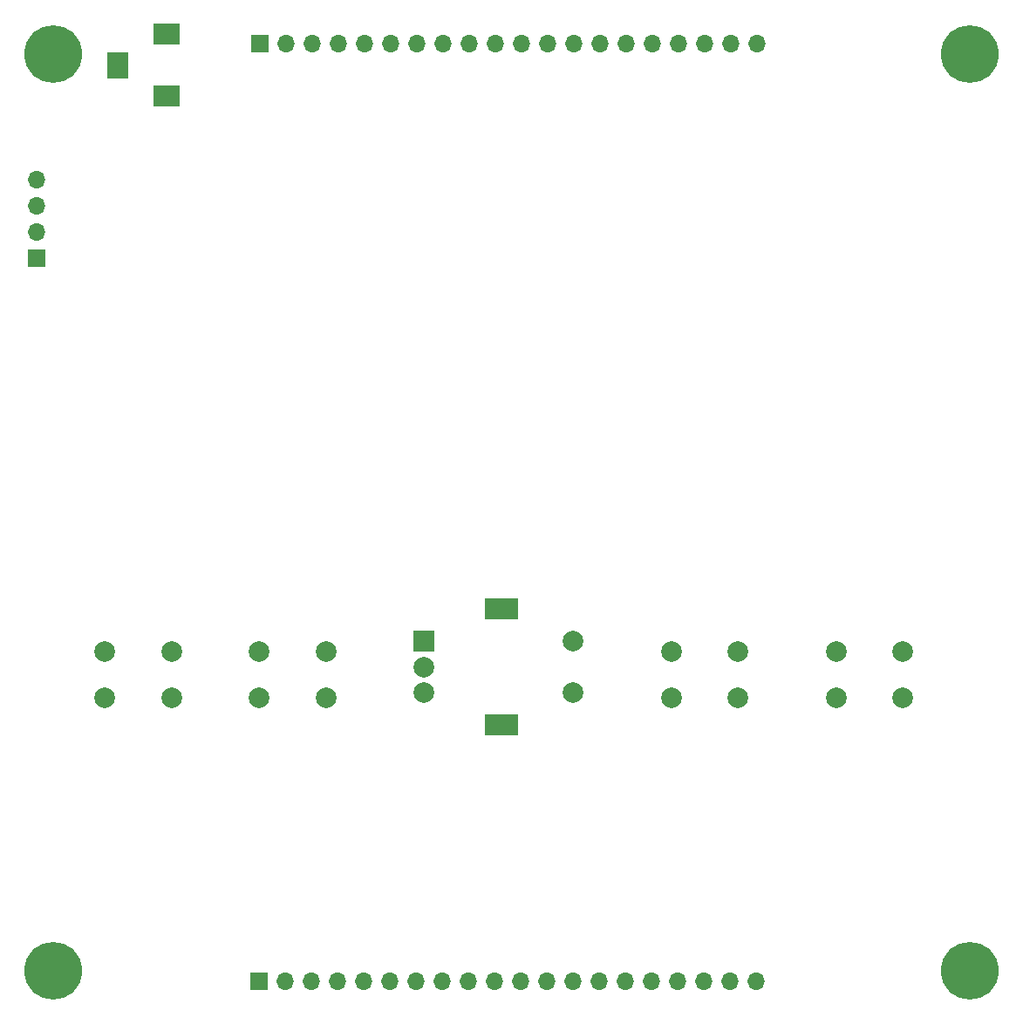
<source format=gbr>
%TF.GenerationSoftware,KiCad,Pcbnew,(5.1.12)-1*%
%TF.CreationDate,2024-04-15T13:26:30-04:00*%
%TF.ProjectId,QO100_TX,514f3130-305f-4545-982e-6b696361645f,rev?*%
%TF.SameCoordinates,Original*%
%TF.FileFunction,Soldermask,Top*%
%TF.FilePolarity,Negative*%
%FSLAX46Y46*%
G04 Gerber Fmt 4.6, Leading zero omitted, Abs format (unit mm)*
G04 Created by KiCad (PCBNEW (5.1.12)-1) date 2024-04-15 13:26:30*
%MOMM*%
%LPD*%
G01*
G04 APERTURE LIST*
%ADD10O,1.700000X1.700000*%
%ADD11R,1.700000X1.700000*%
%ADD12R,2.000000X2.000000*%
%ADD13C,2.000000*%
%ADD14R,3.200000X2.000000*%
%ADD15R,2.600000X2.000000*%
%ADD16R,2.000000X2.600000*%
%ADD17C,5.600000*%
G04 APERTURE END LIST*
D10*
%TO.C,J2*%
X127260000Y-222000000D03*
X124720000Y-222000000D03*
X122180000Y-222000000D03*
X119640000Y-222000000D03*
X117100000Y-222000000D03*
X114560000Y-222000000D03*
X112020000Y-222000000D03*
X109480000Y-222000000D03*
X106940000Y-222000000D03*
X104400000Y-222000000D03*
X101860000Y-222000000D03*
X99320000Y-222000000D03*
X96780000Y-222000000D03*
X94240000Y-222000000D03*
X91700000Y-222000000D03*
X89160000Y-222000000D03*
X86620000Y-222000000D03*
X84080000Y-222000000D03*
X81540000Y-222000000D03*
D11*
X79000000Y-222000000D03*
%TD*%
D10*
%TO.C,J1*%
X127360000Y-131000000D03*
X124820000Y-131000000D03*
X122280000Y-131000000D03*
X119740000Y-131000000D03*
X117200000Y-131000000D03*
X114660000Y-131000000D03*
X112120000Y-131000000D03*
X109580000Y-131000000D03*
X107040000Y-131000000D03*
X104500000Y-131000000D03*
X101960000Y-131000000D03*
X99420000Y-131000000D03*
X96880000Y-131000000D03*
X94340000Y-131000000D03*
X91800000Y-131000000D03*
X89260000Y-131000000D03*
X86720000Y-131000000D03*
X84180000Y-131000000D03*
X81640000Y-131000000D03*
D11*
X79100000Y-131000000D03*
%TD*%
D12*
%TO.C,SW5*%
X95000000Y-189000000D03*
D13*
X95000000Y-191500000D03*
X95000000Y-194000000D03*
D14*
X102500000Y-185900000D03*
X102500000Y-197100000D03*
D13*
X109500000Y-189000000D03*
X109500000Y-194000000D03*
%TD*%
%TO.C,SW4*%
X141500000Y-190000000D03*
X141500000Y-194500000D03*
X135000000Y-190000000D03*
X135000000Y-194500000D03*
%TD*%
%TO.C,SW3*%
X125500000Y-190000000D03*
X125500000Y-194500000D03*
X119000000Y-190000000D03*
X119000000Y-194500000D03*
%TD*%
%TO.C,SW2*%
X85500000Y-190000000D03*
X85500000Y-194500000D03*
X79000000Y-190000000D03*
X79000000Y-194500000D03*
%TD*%
%TO.C,SW1*%
X70500000Y-190000000D03*
X70500000Y-194500000D03*
X64000000Y-190000000D03*
X64000000Y-194500000D03*
%TD*%
D15*
%TO.C,J4*%
X70000000Y-130100000D03*
X70000000Y-136100000D03*
D16*
X65300000Y-133100000D03*
%TD*%
D10*
%TO.C,J3*%
X57400000Y-144180000D03*
X57400000Y-146720000D03*
X57400000Y-149260000D03*
D11*
X57400000Y-151800000D03*
%TD*%
D17*
%TO.C,H4*%
X148000000Y-221000000D03*
%TD*%
%TO.C,H3*%
X59000000Y-221000000D03*
%TD*%
%TO.C,H2*%
X148000000Y-132000000D03*
%TD*%
%TO.C,H1*%
X59000000Y-132000000D03*
%TD*%
M02*

</source>
